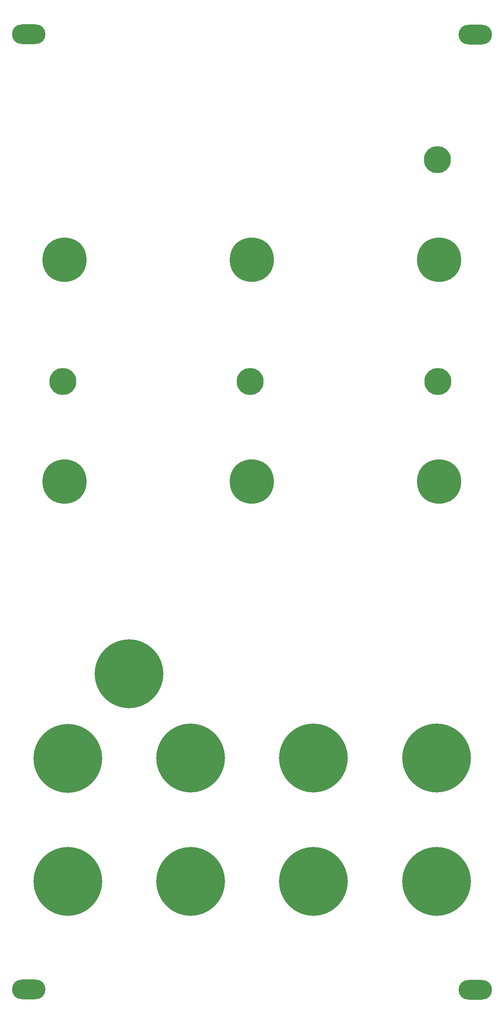
<source format=gbr>
%TF.GenerationSoftware,KiCad,Pcbnew,(5.1.9)-1*%
%TF.CreationDate,2021-08-21T12:12:35+01:00*%
%TF.ProjectId,KOSMOS LFO6 Front Panel,4b4f534d-4f53-4204-9c46-4f362046726f,rev?*%
%TF.SameCoordinates,Original*%
%TF.FileFunction,Soldermask,Bot*%
%TF.FilePolarity,Negative*%
%FSLAX46Y46*%
G04 Gerber Fmt 4.6, Leading zero omitted, Abs format (unit mm)*
G04 Created by KiCad (PCBNEW (5.1.9)-1) date 2021-08-21 12:12:35*
%MOMM*%
%LPD*%
G01*
G04 APERTURE LIST*
%ADD10O,6.800000X4.000000*%
%ADD11C,5.500000*%
%ADD12C,9.000000*%
%ADD13C,14.000000*%
G04 APERTURE END LIST*
D10*
%TO.C,H1*%
X-107240000Y-202570000D03*
%TD*%
D11*
%TO.C,H2*%
X-62180000Y-79140000D03*
%TD*%
D12*
%TO.C,H3*%
X-23780000Y-54400000D03*
%TD*%
D13*
%TO.C,H4*%
X-74270000Y-180590000D03*
%TD*%
D12*
%TO.C,H5*%
X-99980000Y-99390000D03*
%TD*%
D13*
%TO.C,H6*%
X-24290000Y-155590000D03*
%TD*%
D10*
%TO.C,H7*%
X-107220000Y-8580000D03*
%TD*%
D11*
%TO.C,H8*%
X-24050000Y-79120000D03*
%TD*%
D12*
%TO.C,H9*%
X-61870000Y-99390000D03*
%TD*%
D13*
%TO.C,H10*%
X-86800000Y-138470000D03*
%TD*%
D10*
%TO.C,H11*%
X-16410000Y-202620000D03*
%TD*%
D11*
%TO.C,H12*%
X-100300000Y-79120000D03*
%TD*%
D12*
%TO.C,H13*%
X-61820000Y-54410000D03*
%TD*%
D13*
%TO.C,H14*%
X-49290000Y-155590000D03*
%TD*%
D12*
%TO.C,H15*%
X-23760000Y-99390000D03*
%TD*%
D13*
%TO.C,H16*%
X-99290000Y-180580000D03*
%TD*%
D10*
%TO.C,H17*%
X-16380000Y-8620000D03*
%TD*%
D11*
%TO.C,H18*%
X-24090000Y-34020000D03*
%TD*%
D12*
%TO.C,H19*%
X-99960000Y-54400000D03*
%TD*%
D13*
%TO.C,H20*%
X-24300000Y-180610000D03*
%TD*%
%TO.C,H21*%
X-49310000Y-180600000D03*
%TD*%
%TO.C,H22*%
X-74290000Y-155570000D03*
%TD*%
%TO.C,H23*%
X-99280000Y-155620000D03*
%TD*%
M02*

</source>
